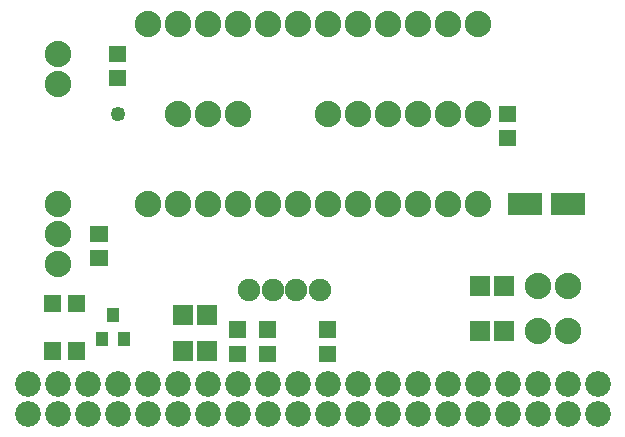
<source format=gts>
G04 MADE WITH FRITZING*
G04 WWW.FRITZING.ORG*
G04 DOUBLE SIDED*
G04 HOLES PLATED*
G04 CONTOUR ON CENTER OF CONTOUR VECTOR*
%ASAXBY*%
%FSLAX23Y23*%
%MOIN*%
%OFA0B0*%
%SFA1.0B1.0*%
%ADD10C,0.049370*%
%ADD11C,0.075000*%
%ADD12C,0.088000*%
%ADD13C,0.085361*%
%ADD14R,0.041496X0.045433*%
%ADD15R,0.065118X0.069055*%
%ADD16R,0.112362X0.072992*%
%ADD17C,0.010000*%
%LNMASK1*%
G90*
G70*
G54D10*
X448Y1089D03*
G54D11*
X1122Y501D03*
X1043Y501D03*
X965Y501D03*
X886Y501D03*
G54D12*
X248Y589D03*
X248Y689D03*
X248Y789D03*
G54D13*
X148Y89D03*
X248Y89D03*
X348Y89D03*
X448Y89D03*
X548Y89D03*
X648Y89D03*
X748Y89D03*
X848Y89D03*
X948Y89D03*
X1048Y89D03*
X1148Y89D03*
X1248Y89D03*
X1348Y89D03*
X1448Y89D03*
X1548Y89D03*
X1648Y89D03*
X1748Y89D03*
X1848Y89D03*
X1948Y89D03*
X2048Y89D03*
X2048Y189D03*
X1948Y189D03*
X1848Y189D03*
X1748Y189D03*
X1648Y189D03*
X1548Y189D03*
X1448Y189D03*
X1348Y189D03*
X1248Y189D03*
X1148Y189D03*
X1048Y189D03*
X948Y189D03*
X848Y189D03*
X748Y189D03*
X648Y189D03*
X548Y189D03*
X448Y189D03*
X348Y189D03*
X248Y189D03*
X148Y189D03*
G54D12*
X248Y1189D03*
X248Y1189D03*
X248Y1289D03*
X1648Y1089D03*
X1548Y1089D03*
X1448Y1089D03*
X1348Y1089D03*
X1248Y1089D03*
X1148Y1089D03*
X548Y789D03*
X648Y789D03*
X748Y789D03*
X848Y789D03*
X948Y789D03*
X1048Y789D03*
X1148Y789D03*
X1248Y789D03*
X1348Y789D03*
X1448Y789D03*
X1548Y789D03*
X1648Y789D03*
X548Y1389D03*
X648Y1389D03*
X748Y1389D03*
X848Y1389D03*
X948Y1389D03*
X1048Y1389D03*
X1148Y1389D03*
X1248Y1389D03*
X1348Y1389D03*
X1448Y1389D03*
X1548Y1389D03*
X1648Y1389D03*
X648Y1089D03*
X748Y1089D03*
X848Y1089D03*
X1948Y514D03*
X1848Y514D03*
X1948Y364D03*
X1848Y364D03*
G54D14*
X394Y338D03*
X468Y338D03*
X431Y417D03*
G54D15*
X665Y299D03*
X746Y299D03*
X665Y417D03*
X746Y417D03*
X1655Y516D03*
X1735Y516D03*
X1655Y366D03*
X1735Y366D03*
G54D16*
X1948Y789D03*
X1806Y789D03*
G54D17*
G36*
X283Y427D02*
X283Y486D01*
X338Y486D01*
X338Y427D01*
X283Y427D01*
G37*
D02*
G36*
X203Y427D02*
X203Y486D01*
X258Y486D01*
X258Y427D01*
X203Y427D01*
G37*
D02*
G36*
X283Y269D02*
X283Y328D01*
X338Y328D01*
X338Y269D01*
X283Y269D01*
G37*
D02*
G36*
X203Y269D02*
X203Y328D01*
X258Y328D01*
X258Y269D01*
X203Y269D01*
G37*
D02*
G36*
X1118Y316D02*
X1177Y316D01*
X1177Y261D01*
X1118Y261D01*
X1118Y316D01*
G37*
D02*
G36*
X1118Y397D02*
X1177Y397D01*
X1177Y342D01*
X1118Y342D01*
X1118Y397D01*
G37*
D02*
G36*
X918Y316D02*
X977Y316D01*
X977Y261D01*
X918Y261D01*
X918Y316D01*
G37*
D02*
G36*
X918Y397D02*
X977Y397D01*
X977Y342D01*
X918Y342D01*
X918Y397D01*
G37*
D02*
G36*
X818Y316D02*
X877Y316D01*
X877Y261D01*
X818Y261D01*
X818Y316D01*
G37*
D02*
G36*
X818Y397D02*
X877Y397D01*
X877Y342D01*
X818Y342D01*
X818Y397D01*
G37*
D02*
G36*
X416Y661D02*
X357Y661D01*
X357Y716D01*
X416Y716D01*
X416Y661D01*
G37*
D02*
G36*
X416Y580D02*
X357Y580D01*
X357Y635D01*
X416Y635D01*
X416Y580D01*
G37*
D02*
G36*
X477Y1261D02*
X418Y1261D01*
X418Y1316D01*
X477Y1316D01*
X477Y1261D01*
G37*
D02*
G36*
X477Y1180D02*
X418Y1180D01*
X418Y1235D01*
X477Y1235D01*
X477Y1180D01*
G37*
D02*
G36*
X1777Y1061D02*
X1718Y1061D01*
X1718Y1116D01*
X1777Y1116D01*
X1777Y1061D01*
G37*
D02*
G36*
X1777Y980D02*
X1718Y980D01*
X1718Y1035D01*
X1777Y1035D01*
X1777Y980D01*
G37*
D02*
G04 End of Mask1*
M02*
</source>
